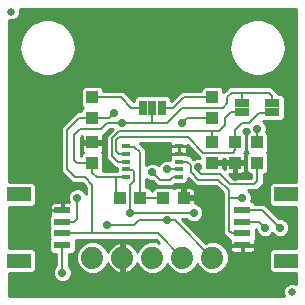
<source format=gtl>
G75*
%MOIN*%
%OFA0B0*%
%FSLAX25Y25*%
%IPPOS*%
%LPD*%
%AMOC8*
5,1,8,0,0,1.08239X$1,22.5*
%
%ADD10C,0.02500*%
%ADD11R,0.03937X0.04331*%
%ADD12R,0.02500X0.05000*%
%ADD13R,0.07874X0.04724*%
%ADD14R,0.05315X0.02362*%
%ADD15C,0.07400*%
%ADD16R,0.04331X0.03937*%
%ADD17R,0.02756X0.01496*%
%ADD18R,0.05000X0.02500*%
%ADD19C,0.02900*%
%ADD20C,0.00700*%
%ADD21C,0.01000*%
D10*
X0259833Y0294900D03*
X0166333Y0388400D03*
D11*
X0193333Y0359746D03*
X0193333Y0353054D03*
X0193333Y0344746D03*
X0193333Y0338054D03*
X0233333Y0338054D03*
X0233333Y0344746D03*
X0240833Y0344746D03*
X0240833Y0338054D03*
X0248333Y0338054D03*
X0248333Y0344746D03*
X0233333Y0353054D03*
X0233333Y0359746D03*
D12*
X0216533Y0356400D03*
X0213333Y0356400D03*
X0210133Y0356400D03*
D13*
X0168865Y0327424D03*
X0168865Y0305376D03*
X0257802Y0305376D03*
X0257802Y0327424D03*
D14*
X0243333Y0322306D03*
X0243333Y0318369D03*
X0243333Y0314431D03*
X0243333Y0310494D03*
X0183333Y0310494D03*
X0183333Y0314431D03*
X0183333Y0318369D03*
X0183333Y0322306D03*
D15*
X0193333Y0306400D03*
X0203333Y0306400D03*
X0213333Y0306400D03*
X0223333Y0306400D03*
X0233333Y0306400D03*
D16*
X0223680Y0326400D03*
X0216987Y0326400D03*
X0209180Y0326400D03*
X0202487Y0326400D03*
D17*
X0204573Y0333282D03*
X0204573Y0335841D03*
X0204573Y0338400D03*
X0204573Y0340959D03*
X0204573Y0343518D03*
X0222093Y0343518D03*
X0222093Y0340959D03*
X0222093Y0338400D03*
X0222093Y0335841D03*
X0222093Y0333282D03*
D18*
X0243333Y0354800D03*
X0243333Y0358000D03*
X0253333Y0358000D03*
X0253333Y0354800D03*
D19*
X0248333Y0349400D03*
X0240833Y0333400D03*
X0243333Y0326400D03*
X0250633Y0326400D03*
X0250833Y0316400D03*
X0255833Y0316400D03*
X0228642Y0336591D03*
X0226583Y0341400D03*
X0218333Y0335900D03*
X0213333Y0334900D03*
X0226883Y0330400D03*
X0227083Y0321400D03*
X0218333Y0318900D03*
X0205833Y0321400D03*
X0198333Y0317400D03*
X0188333Y0326400D03*
X0198333Y0336400D03*
X0203333Y0351400D03*
X0200583Y0354650D03*
X0223333Y0351400D03*
X0183333Y0301400D03*
D20*
X0183333Y0310494D01*
X0183333Y0314431D02*
X0193333Y0314431D01*
X0193333Y0330650D01*
X0190833Y0333150D01*
X0187583Y0333150D01*
X0184833Y0335900D01*
X0184833Y0348900D01*
X0188987Y0353054D01*
X0193333Y0353054D01*
X0198987Y0353054D01*
X0200583Y0354650D01*
X0198333Y0351400D02*
X0203333Y0351400D01*
X0213333Y0351400D01*
X0218333Y0351400D01*
X0223333Y0356400D01*
X0236833Y0356400D01*
X0238333Y0357900D01*
X0238333Y0359900D01*
X0239833Y0361400D01*
X0243333Y0361400D01*
X0243333Y0358000D01*
X0243333Y0354800D02*
X0239483Y0354800D01*
X0237583Y0352900D01*
X0237583Y0350650D01*
X0235583Y0348650D01*
X0233333Y0348650D01*
X0202333Y0348650D01*
X0199833Y0346150D01*
X0199833Y0340400D01*
X0201833Y0338400D01*
X0204573Y0338400D01*
X0204573Y0340959D02*
X0202274Y0340959D01*
X0201333Y0341900D01*
X0201333Y0345650D01*
X0202333Y0346650D01*
X0225083Y0346650D01*
X0230333Y0341400D01*
X0240083Y0341400D01*
X0240833Y0342150D01*
X0240833Y0344746D01*
X0240833Y0348900D01*
X0243333Y0351400D01*
X0245583Y0351400D01*
X0248833Y0354650D01*
X0253183Y0354650D01*
X0253333Y0354800D01*
X0253333Y0358000D02*
X0253333Y0360150D01*
X0252083Y0361400D01*
X0243333Y0361400D01*
X0233333Y0359746D02*
X0223680Y0359746D01*
X0220333Y0356400D01*
X0216533Y0356400D01*
X0213333Y0356400D02*
X0213333Y0351400D01*
X0210133Y0356400D02*
X0206333Y0356400D01*
X0202987Y0359746D01*
X0193333Y0359746D01*
X0198333Y0351400D02*
X0196333Y0349400D01*
X0189333Y0349400D01*
X0187333Y0347400D01*
X0187333Y0343400D01*
X0187302Y0343369D01*
X0187333Y0343400D02*
X0187333Y0338900D01*
X0188180Y0338054D01*
X0193333Y0338054D01*
X0193333Y0334650D01*
X0194701Y0333282D01*
X0201083Y0333282D01*
X0204573Y0333282D01*
X0204764Y0335650D02*
X0204573Y0335841D01*
X0204764Y0335650D02*
X0206583Y0335650D01*
X0207083Y0335150D01*
X0207083Y0331900D01*
X0205833Y0330650D01*
X0205833Y0321400D01*
X0227083Y0321400D01*
X0220833Y0318900D02*
X0233333Y0306400D01*
X0239802Y0314431D02*
X0238833Y0315400D01*
X0238833Y0326400D01*
X0243333Y0326400D01*
X0243333Y0322306D02*
X0249928Y0322306D01*
X0255833Y0316400D01*
X0250833Y0316400D02*
X0248865Y0318369D01*
X0243333Y0318369D01*
X0243333Y0314431D02*
X0239802Y0314431D01*
X0238833Y0326400D02*
X0238833Y0328900D01*
X0235333Y0332400D01*
X0228583Y0332400D01*
X0226083Y0334900D01*
X0226083Y0337150D01*
X0224833Y0338400D01*
X0222093Y0338400D01*
X0222093Y0335841D02*
X0218392Y0335841D01*
X0218333Y0335900D01*
X0220215Y0333282D02*
X0219333Y0332400D01*
X0215833Y0332400D01*
X0213333Y0334900D01*
X0209180Y0341554D02*
X0207333Y0343400D01*
X0204692Y0343400D01*
X0204573Y0343518D01*
X0209180Y0341554D02*
X0209180Y0326400D01*
X0216987Y0326400D01*
X0220215Y0333282D02*
X0222093Y0333282D01*
X0228642Y0335341D02*
X0228642Y0336591D01*
X0228642Y0335341D02*
X0229583Y0334400D01*
X0235833Y0334400D01*
X0239333Y0330900D01*
X0247333Y0330900D01*
X0248333Y0331900D01*
X0248333Y0338054D01*
X0248333Y0344746D02*
X0248333Y0349400D01*
X0233333Y0348650D02*
X0233333Y0344746D01*
X0233333Y0353054D02*
X0224987Y0353054D01*
X0223333Y0351400D01*
X0201083Y0333282D02*
X0201083Y0326400D01*
X0202487Y0326400D01*
X0201083Y0327804D01*
X0198333Y0317400D02*
X0207333Y0317400D01*
X0208833Y0318900D01*
X0218333Y0318900D01*
X0220833Y0318900D01*
X0215302Y0314431D02*
X0223333Y0306400D01*
X0215302Y0314431D02*
X0193333Y0314431D01*
X0188333Y0319400D02*
X0187302Y0318369D01*
X0183333Y0318369D01*
X0188333Y0319400D02*
X0188333Y0326400D01*
D21*
X0165433Y0301314D02*
X0165433Y0293500D01*
X0257220Y0293500D01*
X0256883Y0294313D01*
X0256883Y0295487D01*
X0257332Y0296571D01*
X0258162Y0297401D01*
X0259247Y0297850D01*
X0260420Y0297850D01*
X0261233Y0297513D01*
X0261233Y0301314D01*
X0253161Y0301314D01*
X0252165Y0302310D01*
X0252165Y0308443D01*
X0253161Y0309439D01*
X0261233Y0309439D01*
X0261233Y0323361D01*
X0253161Y0323361D01*
X0252165Y0324357D01*
X0252165Y0330490D01*
X0253161Y0331486D01*
X0261233Y0331486D01*
X0261233Y0389300D01*
X0169154Y0389300D01*
X0169283Y0388987D01*
X0169283Y0387813D01*
X0168834Y0386729D01*
X0168004Y0385899D01*
X0166920Y0385450D01*
X0165747Y0385450D01*
X0165433Y0385580D01*
X0165433Y0331486D01*
X0173506Y0331486D01*
X0174502Y0330490D01*
X0174502Y0324357D01*
X0173506Y0323361D01*
X0165433Y0323361D01*
X0165433Y0309439D01*
X0173506Y0309439D01*
X0174502Y0308443D01*
X0174502Y0302310D01*
X0173506Y0301314D01*
X0165433Y0301314D01*
X0165433Y0300387D02*
X0180344Y0300387D01*
X0180183Y0300773D02*
X0180663Y0299616D01*
X0181549Y0298730D01*
X0182707Y0298250D01*
X0183960Y0298250D01*
X0185118Y0298730D01*
X0186004Y0299616D01*
X0186483Y0300773D01*
X0186483Y0302027D01*
X0186004Y0303184D01*
X0185383Y0303805D01*
X0185383Y0307613D01*
X0186695Y0307613D01*
X0187691Y0308609D01*
X0187691Y0312380D01*
X0187689Y0312381D01*
X0214453Y0312381D01*
X0215477Y0311357D01*
X0214407Y0311800D01*
X0212259Y0311800D01*
X0210274Y0310978D01*
X0208755Y0309459D01*
X0208224Y0308176D01*
X0208152Y0308396D01*
X0207781Y0309125D01*
X0207300Y0309788D01*
X0206721Y0310366D01*
X0206059Y0310847D01*
X0205329Y0311219D01*
X0204551Y0311472D01*
X0203833Y0311586D01*
X0203833Y0306900D01*
X0202833Y0306900D01*
X0202833Y0311586D01*
X0202116Y0311472D01*
X0201337Y0311219D01*
X0200608Y0310847D01*
X0199946Y0310366D01*
X0199367Y0309788D01*
X0198886Y0309125D01*
X0198514Y0308396D01*
X0198443Y0308176D01*
X0197911Y0309459D01*
X0196392Y0310978D01*
X0194407Y0311800D01*
X0192259Y0311800D01*
X0190274Y0310978D01*
X0188755Y0309459D01*
X0187933Y0307474D01*
X0187933Y0305326D01*
X0188755Y0303341D01*
X0190274Y0301822D01*
X0192259Y0301000D01*
X0194407Y0301000D01*
X0196392Y0301822D01*
X0197911Y0303341D01*
X0198443Y0304624D01*
X0198514Y0304404D01*
X0198886Y0303675D01*
X0199367Y0303012D01*
X0199946Y0302434D01*
X0200608Y0301953D01*
X0201337Y0301581D01*
X0202116Y0301328D01*
X0202833Y0301214D01*
X0202833Y0305900D01*
X0203833Y0305900D01*
X0203833Y0301214D01*
X0204551Y0301328D01*
X0205329Y0301581D01*
X0206059Y0301953D01*
X0206721Y0302434D01*
X0207300Y0303012D01*
X0207781Y0303675D01*
X0208152Y0304404D01*
X0208224Y0304624D01*
X0208755Y0303341D01*
X0210274Y0301822D01*
X0212259Y0301000D01*
X0214407Y0301000D01*
X0216392Y0301822D01*
X0217911Y0303341D01*
X0218333Y0304360D01*
X0218755Y0303341D01*
X0220274Y0301822D01*
X0222259Y0301000D01*
X0224407Y0301000D01*
X0226392Y0301822D01*
X0227911Y0303341D01*
X0228333Y0304360D01*
X0228755Y0303341D01*
X0230274Y0301822D01*
X0232259Y0301000D01*
X0234407Y0301000D01*
X0236392Y0301822D01*
X0237911Y0303341D01*
X0238733Y0305326D01*
X0238733Y0307474D01*
X0237911Y0309459D01*
X0236392Y0310978D01*
X0234407Y0311800D01*
X0232259Y0311800D01*
X0231250Y0311382D01*
X0223282Y0319350D01*
X0224679Y0319350D01*
X0225299Y0318730D01*
X0226457Y0318250D01*
X0227710Y0318250D01*
X0228868Y0318730D01*
X0229754Y0319616D01*
X0230233Y0320773D01*
X0230233Y0322027D01*
X0229754Y0323184D01*
X0228868Y0324070D01*
X0227710Y0324550D01*
X0227345Y0324550D01*
X0227345Y0325916D01*
X0224164Y0325916D01*
X0224164Y0326884D01*
X0227345Y0326884D01*
X0227345Y0328566D01*
X0227243Y0328947D01*
X0227045Y0329290D01*
X0226766Y0329569D01*
X0226424Y0329766D01*
X0226043Y0329868D01*
X0224164Y0329868D01*
X0224164Y0326884D01*
X0223196Y0326884D01*
X0223196Y0329868D01*
X0221317Y0329868D01*
X0220935Y0329766D01*
X0220593Y0329569D01*
X0220475Y0329450D01*
X0219856Y0330068D01*
X0214117Y0330068D01*
X0213122Y0329073D01*
X0213122Y0328450D01*
X0213045Y0328450D01*
X0213045Y0329073D01*
X0212049Y0330068D01*
X0211230Y0330068D01*
X0211230Y0332549D01*
X0211549Y0332230D01*
X0212707Y0331750D01*
X0213584Y0331750D01*
X0214984Y0330350D01*
X0220182Y0330350D01*
X0220666Y0330834D01*
X0224175Y0330834D01*
X0225171Y0331830D01*
X0225171Y0332913D01*
X0225234Y0332850D01*
X0227734Y0330350D01*
X0234484Y0330350D01*
X0236783Y0328051D01*
X0236783Y0314551D01*
X0238953Y0312381D01*
X0239141Y0312381D01*
X0239276Y0312246D01*
X0239176Y0311873D01*
X0239176Y0310585D01*
X0243243Y0310585D01*
X0243243Y0310404D01*
X0243424Y0310404D01*
X0243424Y0310585D01*
X0247491Y0310585D01*
X0247491Y0311873D01*
X0247391Y0312246D01*
X0247691Y0312546D01*
X0247691Y0315755D01*
X0248163Y0314616D01*
X0249049Y0313730D01*
X0250207Y0313250D01*
X0251460Y0313250D01*
X0252618Y0313730D01*
X0253333Y0314445D01*
X0254049Y0313730D01*
X0255207Y0313250D01*
X0256460Y0313250D01*
X0257618Y0313730D01*
X0258504Y0314616D01*
X0258983Y0315773D01*
X0258983Y0317027D01*
X0258504Y0318184D01*
X0257618Y0319070D01*
X0256460Y0319550D01*
X0255582Y0319550D01*
X0250777Y0324355D01*
X0247526Y0324355D01*
X0246695Y0325187D01*
X0246240Y0325187D01*
X0246483Y0325773D01*
X0246483Y0327027D01*
X0246004Y0328184D01*
X0245338Y0328850D01*
X0248182Y0328850D01*
X0249383Y0330051D01*
X0250383Y0331051D01*
X0250383Y0334188D01*
X0251006Y0334188D01*
X0252002Y0335184D01*
X0252002Y0340923D01*
X0251525Y0341400D01*
X0252002Y0341877D01*
X0252002Y0347616D01*
X0251296Y0348322D01*
X0251483Y0348773D01*
X0251483Y0350027D01*
X0251004Y0351184D01*
X0250338Y0351850D01*
X0256537Y0351850D01*
X0257533Y0352846D01*
X0257533Y0359954D01*
X0256537Y0360950D01*
X0255383Y0360950D01*
X0255383Y0360999D01*
X0254182Y0362200D01*
X0252932Y0363450D01*
X0238984Y0363450D01*
X0237783Y0362249D01*
X0237002Y0361468D01*
X0237002Y0362616D01*
X0236006Y0363612D01*
X0230661Y0363612D01*
X0229665Y0362616D01*
X0229665Y0361796D01*
X0222831Y0361796D01*
X0221630Y0360596D01*
X0219484Y0358450D01*
X0219483Y0358450D01*
X0219483Y0359604D01*
X0218487Y0360600D01*
X0208179Y0360600D01*
X0207183Y0359604D01*
X0207183Y0358450D01*
X0207182Y0358450D01*
X0205037Y0360596D01*
X0203836Y0361796D01*
X0197002Y0361796D01*
X0197002Y0362616D01*
X0196006Y0363612D01*
X0190661Y0363612D01*
X0189665Y0362616D01*
X0189665Y0356877D01*
X0190142Y0356400D01*
X0189665Y0355923D01*
X0189665Y0355104D01*
X0188138Y0355104D01*
X0183984Y0350950D01*
X0182783Y0349749D01*
X0182783Y0335051D01*
X0183984Y0333850D01*
X0185533Y0332301D01*
X0186734Y0331100D01*
X0189984Y0331100D01*
X0191283Y0329801D01*
X0191283Y0327509D01*
X0191004Y0328184D01*
X0190118Y0329070D01*
X0188960Y0329550D01*
X0187707Y0329550D01*
X0186549Y0329070D01*
X0185663Y0328184D01*
X0185183Y0327027D01*
X0185183Y0325773D01*
X0185509Y0324987D01*
X0183424Y0324987D01*
X0183424Y0322396D01*
X0183243Y0322396D01*
X0183243Y0324987D01*
X0180478Y0324987D01*
X0180097Y0324884D01*
X0179755Y0324687D01*
X0179476Y0324408D01*
X0179278Y0324066D01*
X0179176Y0323684D01*
X0179176Y0322396D01*
X0183243Y0322396D01*
X0183243Y0322215D01*
X0179176Y0322215D01*
X0179176Y0320927D01*
X0179276Y0320554D01*
X0178976Y0320254D01*
X0178976Y0316483D01*
X0179059Y0316400D01*
X0178976Y0316317D01*
X0178976Y0312546D01*
X0179059Y0312463D01*
X0178976Y0312380D01*
X0178976Y0308609D01*
X0179972Y0307613D01*
X0181283Y0307613D01*
X0181283Y0303805D01*
X0180663Y0303184D01*
X0180183Y0302027D01*
X0180183Y0300773D01*
X0180183Y0301385D02*
X0173577Y0301385D01*
X0174502Y0302384D02*
X0180331Y0302384D01*
X0180861Y0303382D02*
X0174502Y0303382D01*
X0174502Y0304381D02*
X0181283Y0304381D01*
X0181283Y0305379D02*
X0174502Y0305379D01*
X0174502Y0306378D02*
X0181283Y0306378D01*
X0181283Y0307376D02*
X0174502Y0307376D01*
X0174502Y0308375D02*
X0179210Y0308375D01*
X0178976Y0309373D02*
X0173571Y0309373D01*
X0178976Y0310372D02*
X0165433Y0310372D01*
X0165433Y0311370D02*
X0178976Y0311370D01*
X0178976Y0312369D02*
X0165433Y0312369D01*
X0165433Y0313367D02*
X0178976Y0313367D01*
X0178976Y0314366D02*
X0165433Y0314366D01*
X0165433Y0315364D02*
X0178976Y0315364D01*
X0179022Y0316363D02*
X0165433Y0316363D01*
X0165433Y0317361D02*
X0178976Y0317361D01*
X0178976Y0318360D02*
X0165433Y0318360D01*
X0165433Y0319358D02*
X0178976Y0319358D01*
X0179079Y0320357D02*
X0165433Y0320357D01*
X0165433Y0321355D02*
X0179176Y0321355D01*
X0179176Y0323352D02*
X0165433Y0323352D01*
X0165433Y0322354D02*
X0183243Y0322354D01*
X0183243Y0323352D02*
X0183424Y0323352D01*
X0183424Y0324351D02*
X0183243Y0324351D01*
X0185359Y0325349D02*
X0174502Y0325349D01*
X0174495Y0324351D02*
X0179443Y0324351D01*
X0174502Y0326348D02*
X0185183Y0326348D01*
X0185316Y0327346D02*
X0174502Y0327346D01*
X0174502Y0328345D02*
X0185823Y0328345D01*
X0187208Y0329343D02*
X0174502Y0329343D01*
X0174502Y0330342D02*
X0190742Y0330342D01*
X0191283Y0329343D02*
X0189459Y0329343D01*
X0190843Y0328345D02*
X0191283Y0328345D01*
X0186494Y0331340D02*
X0173651Y0331340D01*
X0165433Y0332339D02*
X0185495Y0332339D01*
X0184497Y0333337D02*
X0165433Y0333337D01*
X0165433Y0334336D02*
X0183498Y0334336D01*
X0182783Y0335334D02*
X0165433Y0335334D01*
X0165433Y0336333D02*
X0182783Y0336333D01*
X0182783Y0337332D02*
X0165433Y0337332D01*
X0165433Y0338330D02*
X0182783Y0338330D01*
X0182783Y0339329D02*
X0165433Y0339329D01*
X0165433Y0340327D02*
X0182783Y0340327D01*
X0182783Y0341326D02*
X0165433Y0341326D01*
X0165433Y0342324D02*
X0182783Y0342324D01*
X0182783Y0343323D02*
X0165433Y0343323D01*
X0165433Y0344321D02*
X0182783Y0344321D01*
X0182783Y0345320D02*
X0165433Y0345320D01*
X0165433Y0346318D02*
X0182783Y0346318D01*
X0182783Y0347317D02*
X0165433Y0347317D01*
X0165433Y0348315D02*
X0182783Y0348315D01*
X0182783Y0349314D02*
X0165433Y0349314D01*
X0165433Y0350312D02*
X0183346Y0350312D01*
X0184345Y0351311D02*
X0165433Y0351311D01*
X0165433Y0352309D02*
X0185343Y0352309D01*
X0186342Y0353308D02*
X0165433Y0353308D01*
X0165433Y0354306D02*
X0187340Y0354306D01*
X0189665Y0355305D02*
X0165433Y0355305D01*
X0165433Y0356303D02*
X0190045Y0356303D01*
X0189665Y0357302D02*
X0165433Y0357302D01*
X0165433Y0358300D02*
X0189665Y0358300D01*
X0189665Y0359299D02*
X0165433Y0359299D01*
X0165433Y0360297D02*
X0189665Y0360297D01*
X0189665Y0361296D02*
X0165433Y0361296D01*
X0165433Y0362294D02*
X0189665Y0362294D01*
X0190342Y0363293D02*
X0165433Y0363293D01*
X0165433Y0364291D02*
X0261233Y0364291D01*
X0261233Y0363293D02*
X0253090Y0363293D01*
X0254088Y0362294D02*
X0261233Y0362294D01*
X0261233Y0361296D02*
X0255087Y0361296D01*
X0257190Y0360297D02*
X0261233Y0360297D01*
X0261233Y0359299D02*
X0257533Y0359299D01*
X0257533Y0358300D02*
X0261233Y0358300D01*
X0261233Y0357302D02*
X0257533Y0357302D01*
X0257533Y0356303D02*
X0261233Y0356303D01*
X0261233Y0355305D02*
X0257533Y0355305D01*
X0257533Y0354306D02*
X0261233Y0354306D01*
X0261233Y0353308D02*
X0257533Y0353308D01*
X0256997Y0352309D02*
X0261233Y0352309D01*
X0261233Y0351311D02*
X0250877Y0351311D01*
X0251365Y0350312D02*
X0261233Y0350312D01*
X0261233Y0349314D02*
X0251483Y0349314D01*
X0251303Y0348315D02*
X0261233Y0348315D01*
X0261233Y0347317D02*
X0252002Y0347317D01*
X0252002Y0346318D02*
X0261233Y0346318D01*
X0261233Y0345320D02*
X0252002Y0345320D01*
X0252002Y0344321D02*
X0261233Y0344321D01*
X0261233Y0343323D02*
X0252002Y0343323D01*
X0252002Y0342324D02*
X0261233Y0342324D01*
X0261233Y0341326D02*
X0251599Y0341326D01*
X0252002Y0340327D02*
X0261233Y0340327D01*
X0261233Y0339329D02*
X0252002Y0339329D01*
X0252002Y0338330D02*
X0261233Y0338330D01*
X0261233Y0337332D02*
X0252002Y0337332D01*
X0252002Y0336333D02*
X0261233Y0336333D01*
X0261233Y0335334D02*
X0252002Y0335334D01*
X0251154Y0334336D02*
X0261233Y0334336D01*
X0261233Y0333337D02*
X0250383Y0333337D01*
X0250383Y0332339D02*
X0261233Y0332339D01*
X0253015Y0331340D02*
X0250383Y0331340D01*
X0249674Y0330342D02*
X0252165Y0330342D01*
X0252165Y0329343D02*
X0248676Y0329343D01*
X0245843Y0328345D02*
X0252165Y0328345D01*
X0252165Y0327346D02*
X0246351Y0327346D01*
X0246483Y0326348D02*
X0252165Y0326348D01*
X0252165Y0325349D02*
X0246308Y0325349D01*
X0250782Y0324351D02*
X0252171Y0324351D01*
X0251780Y0323352D02*
X0261233Y0323352D01*
X0261233Y0322354D02*
X0252779Y0322354D01*
X0253777Y0321355D02*
X0261233Y0321355D01*
X0261233Y0320357D02*
X0254776Y0320357D01*
X0256923Y0319358D02*
X0261233Y0319358D01*
X0261233Y0318360D02*
X0258328Y0318360D01*
X0258845Y0317361D02*
X0261233Y0317361D01*
X0261233Y0316363D02*
X0258983Y0316363D01*
X0258814Y0315364D02*
X0261233Y0315364D01*
X0261233Y0314366D02*
X0258254Y0314366D01*
X0256743Y0313367D02*
X0261233Y0313367D01*
X0261233Y0312369D02*
X0247513Y0312369D01*
X0247491Y0311370D02*
X0261233Y0311370D01*
X0261233Y0310372D02*
X0247491Y0310372D01*
X0247491Y0310404D02*
X0243424Y0310404D01*
X0243424Y0307813D01*
X0246188Y0307813D01*
X0246570Y0307916D01*
X0246912Y0308113D01*
X0247191Y0308392D01*
X0247389Y0308734D01*
X0247491Y0309116D01*
X0247491Y0310404D01*
X0247491Y0309373D02*
X0253095Y0309373D01*
X0252165Y0308375D02*
X0247173Y0308375D01*
X0243424Y0308375D02*
X0243243Y0308375D01*
X0243243Y0307813D02*
X0243243Y0310404D01*
X0239176Y0310404D01*
X0239176Y0309116D01*
X0239278Y0308734D01*
X0239476Y0308392D01*
X0239755Y0308113D01*
X0240097Y0307916D01*
X0240478Y0307813D01*
X0243243Y0307813D01*
X0243243Y0309373D02*
X0243424Y0309373D01*
X0243424Y0310372D02*
X0243243Y0310372D01*
X0239176Y0310372D02*
X0236998Y0310372D01*
X0237947Y0309373D02*
X0239176Y0309373D01*
X0239493Y0308375D02*
X0238360Y0308375D01*
X0238733Y0307376D02*
X0252165Y0307376D01*
X0252165Y0306378D02*
X0238733Y0306378D01*
X0238733Y0305379D02*
X0252165Y0305379D01*
X0252165Y0304381D02*
X0238342Y0304381D01*
X0237928Y0303382D02*
X0252165Y0303382D01*
X0252165Y0302384D02*
X0236954Y0302384D01*
X0235337Y0301385D02*
X0253090Y0301385D01*
X0257259Y0296393D02*
X0165433Y0296393D01*
X0165433Y0297391D02*
X0258152Y0297391D01*
X0256883Y0295394D02*
X0165433Y0295394D01*
X0165433Y0294396D02*
X0256883Y0294396D01*
X0261233Y0298390D02*
X0184297Y0298390D01*
X0185776Y0299388D02*
X0261233Y0299388D01*
X0261233Y0300387D02*
X0186323Y0300387D01*
X0186483Y0301385D02*
X0191329Y0301385D01*
X0189713Y0302384D02*
X0186335Y0302384D01*
X0185806Y0303382D02*
X0188738Y0303382D01*
X0188325Y0304381D02*
X0185383Y0304381D01*
X0185383Y0305379D02*
X0187933Y0305379D01*
X0187933Y0306378D02*
X0185383Y0306378D01*
X0185383Y0307376D02*
X0187933Y0307376D01*
X0188306Y0308375D02*
X0187456Y0308375D01*
X0187691Y0309373D02*
X0188720Y0309373D01*
X0189668Y0310372D02*
X0187691Y0310372D01*
X0187691Y0311370D02*
X0191222Y0311370D01*
X0187691Y0312369D02*
X0214465Y0312369D01*
X0215445Y0311370D02*
X0215464Y0311370D01*
X0211222Y0311370D02*
X0204864Y0311370D01*
X0203833Y0311370D02*
X0202833Y0311370D01*
X0202833Y0310372D02*
X0203833Y0310372D01*
X0203833Y0309373D02*
X0202833Y0309373D01*
X0202833Y0308375D02*
X0203833Y0308375D01*
X0203833Y0307376D02*
X0202833Y0307376D01*
X0202833Y0305379D02*
X0203833Y0305379D01*
X0203833Y0304381D02*
X0202833Y0304381D01*
X0202833Y0303382D02*
X0203833Y0303382D01*
X0203833Y0302384D02*
X0202833Y0302384D01*
X0202833Y0301385D02*
X0203833Y0301385D01*
X0204727Y0301385D02*
X0211329Y0301385D01*
X0209713Y0302384D02*
X0206652Y0302384D01*
X0207568Y0303382D02*
X0208738Y0303382D01*
X0208325Y0304381D02*
X0208141Y0304381D01*
X0208159Y0308375D02*
X0208306Y0308375D01*
X0208720Y0309373D02*
X0207601Y0309373D01*
X0206713Y0310372D02*
X0209668Y0310372D01*
X0201803Y0311370D02*
X0195445Y0311370D01*
X0196998Y0310372D02*
X0199953Y0310372D01*
X0199066Y0309373D02*
X0197947Y0309373D01*
X0198360Y0308375D02*
X0198507Y0308375D01*
X0198526Y0304381D02*
X0198342Y0304381D01*
X0197928Y0303382D02*
X0199098Y0303382D01*
X0200015Y0302384D02*
X0196954Y0302384D01*
X0195337Y0301385D02*
X0201940Y0301385D01*
X0215337Y0301385D02*
X0221329Y0301385D01*
X0219713Y0302384D02*
X0216954Y0302384D01*
X0217928Y0303382D02*
X0218738Y0303382D01*
X0225337Y0301385D02*
X0231329Y0301385D01*
X0229713Y0302384D02*
X0226954Y0302384D01*
X0227928Y0303382D02*
X0228738Y0303382D01*
X0235445Y0311370D02*
X0239176Y0311370D01*
X0239153Y0312369D02*
X0230264Y0312369D01*
X0229265Y0313367D02*
X0237967Y0313367D01*
X0236968Y0314366D02*
X0228267Y0314366D01*
X0227268Y0315364D02*
X0236783Y0315364D01*
X0236783Y0316363D02*
X0226270Y0316363D01*
X0225271Y0317361D02*
X0236783Y0317361D01*
X0236783Y0318360D02*
X0227975Y0318360D01*
X0226192Y0318360D02*
X0224273Y0318360D01*
X0229496Y0319358D02*
X0236783Y0319358D01*
X0236783Y0320357D02*
X0230061Y0320357D01*
X0230233Y0321355D02*
X0236783Y0321355D01*
X0236783Y0322354D02*
X0230098Y0322354D01*
X0229586Y0323352D02*
X0236783Y0323352D01*
X0236783Y0324351D02*
X0228191Y0324351D01*
X0227345Y0325349D02*
X0236783Y0325349D01*
X0236783Y0326348D02*
X0224164Y0326348D01*
X0224164Y0327346D02*
X0223196Y0327346D01*
X0223196Y0328345D02*
X0224164Y0328345D01*
X0224164Y0329343D02*
X0223196Y0329343D01*
X0224682Y0331340D02*
X0226744Y0331340D01*
X0225745Y0332339D02*
X0225171Y0332339D01*
X0226992Y0329343D02*
X0235491Y0329343D01*
X0236489Y0328345D02*
X0227345Y0328345D01*
X0227345Y0327346D02*
X0236783Y0327346D01*
X0234492Y0330342D02*
X0211230Y0330342D01*
X0211230Y0331340D02*
X0213994Y0331340D01*
X0213392Y0329343D02*
X0212774Y0329343D01*
X0211440Y0332339D02*
X0211230Y0332339D01*
X0211230Y0337251D02*
X0211230Y0342403D01*
X0209383Y0344249D01*
X0209032Y0344600D01*
X0219252Y0344600D01*
X0219215Y0344464D01*
X0219215Y0343518D01*
X0219215Y0342573D01*
X0219305Y0342239D01*
X0219215Y0341905D01*
X0219215Y0340959D01*
X0219215Y0340052D01*
X0219015Y0339852D01*
X0219015Y0339027D01*
X0218960Y0339050D01*
X0217707Y0339050D01*
X0216549Y0338570D01*
X0215663Y0337684D01*
X0215470Y0337218D01*
X0215118Y0337570D01*
X0213960Y0338050D01*
X0212707Y0338050D01*
X0211549Y0337570D01*
X0211230Y0337251D01*
X0211230Y0337332D02*
X0211310Y0337332D01*
X0211230Y0338330D02*
X0216309Y0338330D01*
X0215517Y0337332D02*
X0215357Y0337332D01*
X0219015Y0339329D02*
X0211230Y0339329D01*
X0211230Y0340327D02*
X0219215Y0340327D01*
X0219215Y0340959D02*
X0222093Y0340959D01*
X0222093Y0340959D01*
X0219215Y0340959D01*
X0219215Y0341326D02*
X0211230Y0341326D01*
X0211230Y0342324D02*
X0219282Y0342324D01*
X0219215Y0343323D02*
X0210310Y0343323D01*
X0209311Y0344321D02*
X0219215Y0344321D01*
X0219215Y0343518D02*
X0222093Y0343518D01*
X0219215Y0343518D01*
X0222093Y0343518D02*
X0222093Y0343518D01*
X0222093Y0343518D01*
X0222093Y0340959D01*
X0222093Y0340959D01*
X0222093Y0343207D01*
X0222093Y0343518D01*
X0222093Y0343518D01*
X0224971Y0343518D01*
X0224971Y0342573D01*
X0224882Y0342239D01*
X0224971Y0341905D01*
X0224971Y0340959D01*
X0222093Y0340959D01*
X0222093Y0340959D01*
X0224971Y0340959D01*
X0224971Y0340450D01*
X0225682Y0340450D01*
X0226867Y0339265D01*
X0228016Y0339741D01*
X0229093Y0339741D01*
X0224971Y0343863D01*
X0224971Y0343518D01*
X0222093Y0343518D01*
X0222093Y0343323D02*
X0222093Y0343323D01*
X0222093Y0342324D02*
X0222093Y0342324D01*
X0222093Y0341326D02*
X0222093Y0341326D01*
X0224971Y0341326D02*
X0227509Y0341326D01*
X0226510Y0342324D02*
X0224905Y0342324D01*
X0224971Y0343323D02*
X0225512Y0343323D01*
X0225805Y0340327D02*
X0228507Y0340327D01*
X0227020Y0339329D02*
X0226804Y0339329D01*
X0233818Y0338538D02*
X0233818Y0337569D01*
X0236802Y0337569D01*
X0236802Y0336331D01*
X0237365Y0335768D01*
X0237365Y0337569D01*
X0240349Y0337569D01*
X0241318Y0337569D01*
X0241318Y0338538D01*
X0244302Y0338538D01*
X0244302Y0340416D01*
X0244200Y0340798D01*
X0244002Y0341140D01*
X0243883Y0341259D01*
X0244502Y0341877D01*
X0244502Y0347616D01*
X0243506Y0348612D01*
X0243444Y0348612D01*
X0244182Y0349350D01*
X0245183Y0349350D01*
X0245183Y0348773D01*
X0245370Y0348322D01*
X0244665Y0347616D01*
X0244665Y0341877D01*
X0245142Y0341400D01*
X0244665Y0340923D01*
X0244665Y0335184D01*
X0245661Y0334188D01*
X0246283Y0334188D01*
X0246283Y0332950D01*
X0240182Y0332950D01*
X0238744Y0334388D01*
X0240349Y0334388D01*
X0240349Y0337569D01*
X0240349Y0338538D01*
X0237365Y0338538D01*
X0237365Y0339350D01*
X0236802Y0339350D01*
X0236802Y0338538D01*
X0233818Y0338538D01*
X0233818Y0338330D02*
X0240349Y0338330D01*
X0241318Y0338330D02*
X0244665Y0338330D01*
X0244302Y0337569D02*
X0244302Y0335691D01*
X0244200Y0335309D01*
X0244002Y0334967D01*
X0243723Y0334688D01*
X0243381Y0334490D01*
X0242999Y0334388D01*
X0241318Y0334388D01*
X0241318Y0337569D01*
X0244302Y0337569D01*
X0244302Y0337332D02*
X0244665Y0337332D01*
X0244665Y0336333D02*
X0244302Y0336333D01*
X0244206Y0335334D02*
X0244665Y0335334D01*
X0245513Y0334336D02*
X0238796Y0334336D01*
X0239795Y0333337D02*
X0246283Y0333337D01*
X0241318Y0335334D02*
X0240349Y0335334D01*
X0240349Y0336333D02*
X0241318Y0336333D01*
X0241318Y0337332D02*
X0240349Y0337332D01*
X0237365Y0337332D02*
X0236802Y0337332D01*
X0236802Y0336333D02*
X0237365Y0336333D01*
X0237365Y0339329D02*
X0236802Y0339329D01*
X0243950Y0341326D02*
X0245067Y0341326D01*
X0244665Y0342324D02*
X0244502Y0342324D01*
X0244502Y0343323D02*
X0244665Y0343323D01*
X0244665Y0344321D02*
X0244502Y0344321D01*
X0244502Y0345320D02*
X0244665Y0345320D01*
X0244665Y0346318D02*
X0244502Y0346318D01*
X0244502Y0347317D02*
X0244665Y0347317D01*
X0245364Y0348315D02*
X0243803Y0348315D01*
X0244146Y0349314D02*
X0245183Y0349314D01*
X0244665Y0340327D02*
X0244302Y0340327D01*
X0244302Y0339329D02*
X0244665Y0339329D01*
X0237828Y0362294D02*
X0237002Y0362294D01*
X0236325Y0363293D02*
X0238827Y0363293D01*
X0243380Y0368285D02*
X0183286Y0368285D01*
X0183106Y0368134D02*
X0185645Y0370265D01*
X0187303Y0373135D01*
X0187303Y0373135D01*
X0187878Y0376400D01*
X0187303Y0379665D01*
X0185645Y0382535D01*
X0185645Y0382535D01*
X0183106Y0384666D01*
X0183106Y0384666D01*
X0179991Y0385800D01*
X0176676Y0385800D01*
X0173561Y0384666D01*
X0173561Y0384666D01*
X0171021Y0382535D01*
X0169364Y0379665D01*
X0169364Y0379665D01*
X0168788Y0376400D01*
X0169364Y0373135D01*
X0171021Y0370265D01*
X0171021Y0370265D01*
X0173561Y0368134D01*
X0176676Y0367000D01*
X0179203Y0367000D01*
X0179991Y0367000D01*
X0183106Y0368134D01*
X0183106Y0368134D01*
X0184476Y0369284D02*
X0242190Y0369284D01*
X0241021Y0370265D02*
X0243561Y0368134D01*
X0246676Y0367000D01*
X0247463Y0367000D01*
X0249991Y0367000D01*
X0253106Y0368134D01*
X0255645Y0370265D01*
X0257303Y0373135D01*
X0257303Y0373135D01*
X0257878Y0376400D01*
X0257303Y0379665D01*
X0255645Y0382535D01*
X0253106Y0384666D01*
X0249991Y0385800D01*
X0246676Y0385800D01*
X0243561Y0384666D01*
X0243561Y0384666D01*
X0241021Y0382535D01*
X0239364Y0379665D01*
X0239364Y0379665D01*
X0238788Y0376400D01*
X0239364Y0373135D01*
X0241021Y0370265D01*
X0241021Y0370265D01*
X0241011Y0370282D02*
X0185655Y0370282D01*
X0185645Y0370265D02*
X0185645Y0370265D01*
X0185645Y0370265D01*
X0186232Y0371281D02*
X0240435Y0371281D01*
X0239858Y0372279D02*
X0186808Y0372279D01*
X0187328Y0373278D02*
X0239339Y0373278D01*
X0239364Y0373135D02*
X0239364Y0373135D01*
X0239163Y0374276D02*
X0187504Y0374276D01*
X0187680Y0375275D02*
X0238987Y0375275D01*
X0238811Y0376273D02*
X0187856Y0376273D01*
X0187878Y0376400D02*
X0187878Y0376400D01*
X0187725Y0377272D02*
X0238942Y0377272D01*
X0238788Y0376400D02*
X0238788Y0376400D01*
X0239118Y0378270D02*
X0187549Y0378270D01*
X0187372Y0379269D02*
X0239294Y0379269D01*
X0239712Y0380268D02*
X0186955Y0380268D01*
X0187303Y0379665D02*
X0187303Y0379665D01*
X0186378Y0381266D02*
X0240289Y0381266D01*
X0240865Y0382265D02*
X0185802Y0382265D01*
X0184778Y0383263D02*
X0241889Y0383263D01*
X0241021Y0382535D02*
X0241021Y0382535D01*
X0241021Y0382535D01*
X0243079Y0384262D02*
X0183588Y0384262D01*
X0181474Y0385260D02*
X0245192Y0385260D01*
X0251474Y0385260D02*
X0261233Y0385260D01*
X0261233Y0384262D02*
X0253588Y0384262D01*
X0253106Y0384666D02*
X0253106Y0384666D01*
X0254778Y0383263D02*
X0261233Y0383263D01*
X0261233Y0382265D02*
X0255802Y0382265D01*
X0255645Y0382535D02*
X0255645Y0382535D01*
X0256378Y0381266D02*
X0261233Y0381266D01*
X0261233Y0380268D02*
X0256955Y0380268D01*
X0257303Y0379665D02*
X0257303Y0379665D01*
X0257372Y0379269D02*
X0261233Y0379269D01*
X0261233Y0378270D02*
X0257549Y0378270D01*
X0257725Y0377272D02*
X0261233Y0377272D01*
X0261233Y0376273D02*
X0257856Y0376273D01*
X0257878Y0376400D02*
X0257878Y0376400D01*
X0257680Y0375275D02*
X0261233Y0375275D01*
X0261233Y0374276D02*
X0257504Y0374276D01*
X0257328Y0373278D02*
X0261233Y0373278D01*
X0261233Y0372279D02*
X0256808Y0372279D01*
X0256232Y0371281D02*
X0261233Y0371281D01*
X0261233Y0370282D02*
X0255655Y0370282D01*
X0255645Y0370265D02*
X0255645Y0370265D01*
X0255645Y0370265D01*
X0254476Y0369284D02*
X0261233Y0369284D01*
X0261233Y0368285D02*
X0253286Y0368285D01*
X0253106Y0368134D02*
X0253106Y0368134D01*
X0250779Y0367287D02*
X0261233Y0367287D01*
X0261233Y0366288D02*
X0165433Y0366288D01*
X0165433Y0365290D02*
X0261233Y0365290D01*
X0245888Y0367287D02*
X0180779Y0367287D01*
X0179991Y0367000D02*
X0179991Y0367000D01*
X0175888Y0367287D02*
X0165433Y0367287D01*
X0165433Y0368285D02*
X0173380Y0368285D01*
X0173561Y0368134D02*
X0173561Y0368134D01*
X0172190Y0369284D02*
X0165433Y0369284D01*
X0165433Y0370282D02*
X0171011Y0370282D01*
X0170435Y0371281D02*
X0165433Y0371281D01*
X0165433Y0372279D02*
X0169858Y0372279D01*
X0169364Y0373135D02*
X0169364Y0373135D01*
X0169339Y0373278D02*
X0165433Y0373278D01*
X0165433Y0374276D02*
X0169163Y0374276D01*
X0168987Y0375275D02*
X0165433Y0375275D01*
X0165433Y0376273D02*
X0168811Y0376273D01*
X0168788Y0376400D02*
X0168788Y0376400D01*
X0168942Y0377272D02*
X0165433Y0377272D01*
X0165433Y0378270D02*
X0169118Y0378270D01*
X0169294Y0379269D02*
X0165433Y0379269D01*
X0165433Y0380268D02*
X0169712Y0380268D01*
X0170289Y0381266D02*
X0165433Y0381266D01*
X0165433Y0382265D02*
X0170865Y0382265D01*
X0171021Y0382535D02*
X0171021Y0382535D01*
X0171021Y0382535D01*
X0171889Y0383263D02*
X0165433Y0383263D01*
X0165433Y0384262D02*
X0173079Y0384262D01*
X0175192Y0385260D02*
X0165433Y0385260D01*
X0168364Y0386259D02*
X0261233Y0386259D01*
X0261233Y0387257D02*
X0169053Y0387257D01*
X0169283Y0388256D02*
X0261233Y0388256D01*
X0261233Y0389254D02*
X0169173Y0389254D01*
X0196325Y0363293D02*
X0230342Y0363293D01*
X0229665Y0362294D02*
X0197002Y0362294D01*
X0204337Y0361296D02*
X0222330Y0361296D01*
X0221331Y0360297D02*
X0218790Y0360297D01*
X0219483Y0359299D02*
X0220333Y0359299D01*
X0207876Y0360297D02*
X0205335Y0360297D01*
X0206334Y0359299D02*
X0207183Y0359299D01*
X0200134Y0349350D02*
X0197783Y0346999D01*
X0197783Y0339551D01*
X0198984Y0338350D01*
X0200984Y0336350D01*
X0201496Y0336350D01*
X0201496Y0335332D01*
X0197002Y0335332D01*
X0197002Y0340923D01*
X0196383Y0341541D01*
X0196502Y0341660D01*
X0196700Y0342002D01*
X0196802Y0342384D01*
X0196802Y0344262D01*
X0193818Y0344262D01*
X0193818Y0345231D01*
X0196802Y0345231D01*
X0196802Y0347109D01*
X0196737Y0347350D01*
X0197182Y0347350D01*
X0199182Y0349350D01*
X0200134Y0349350D01*
X0200098Y0349314D02*
X0199146Y0349314D01*
X0199099Y0348315D02*
X0198148Y0348315D01*
X0198101Y0347317D02*
X0196746Y0347317D01*
X0196802Y0346318D02*
X0197783Y0346318D01*
X0197783Y0345320D02*
X0196802Y0345320D01*
X0197783Y0344321D02*
X0193818Y0344321D01*
X0192849Y0344321D02*
X0189383Y0344321D01*
X0189865Y0344262D02*
X0189865Y0342384D01*
X0189967Y0342002D01*
X0190165Y0341660D01*
X0190283Y0341541D01*
X0189665Y0340923D01*
X0189665Y0340104D01*
X0189383Y0340104D01*
X0189383Y0342551D01*
X0189383Y0346551D01*
X0189865Y0347032D01*
X0189865Y0345231D01*
X0192849Y0345231D01*
X0192849Y0344262D01*
X0189865Y0344262D01*
X0189865Y0343323D02*
X0189383Y0343323D01*
X0189383Y0342324D02*
X0189881Y0342324D01*
X0190067Y0341326D02*
X0189383Y0341326D01*
X0189383Y0340327D02*
X0189665Y0340327D01*
X0189865Y0345320D02*
X0189383Y0345320D01*
X0189383Y0346318D02*
X0189865Y0346318D01*
X0196802Y0343323D02*
X0197783Y0343323D01*
X0197783Y0342324D02*
X0196786Y0342324D01*
X0196599Y0341326D02*
X0197783Y0341326D01*
X0197783Y0340327D02*
X0197002Y0340327D01*
X0197002Y0339329D02*
X0198006Y0339329D01*
X0199004Y0338330D02*
X0197002Y0338330D01*
X0197002Y0337332D02*
X0200003Y0337332D01*
X0201496Y0336333D02*
X0197002Y0336333D01*
X0197002Y0335334D02*
X0201496Y0335334D01*
X0180890Y0299388D02*
X0165433Y0299388D01*
X0165433Y0298390D02*
X0182370Y0298390D01*
X0247691Y0313367D02*
X0249924Y0313367D01*
X0248413Y0314366D02*
X0247691Y0314366D01*
X0247691Y0315364D02*
X0247853Y0315364D01*
X0251743Y0313367D02*
X0254924Y0313367D01*
X0253413Y0314366D02*
X0253254Y0314366D01*
X0243561Y0368134D02*
X0243561Y0368134D01*
M02*

</source>
